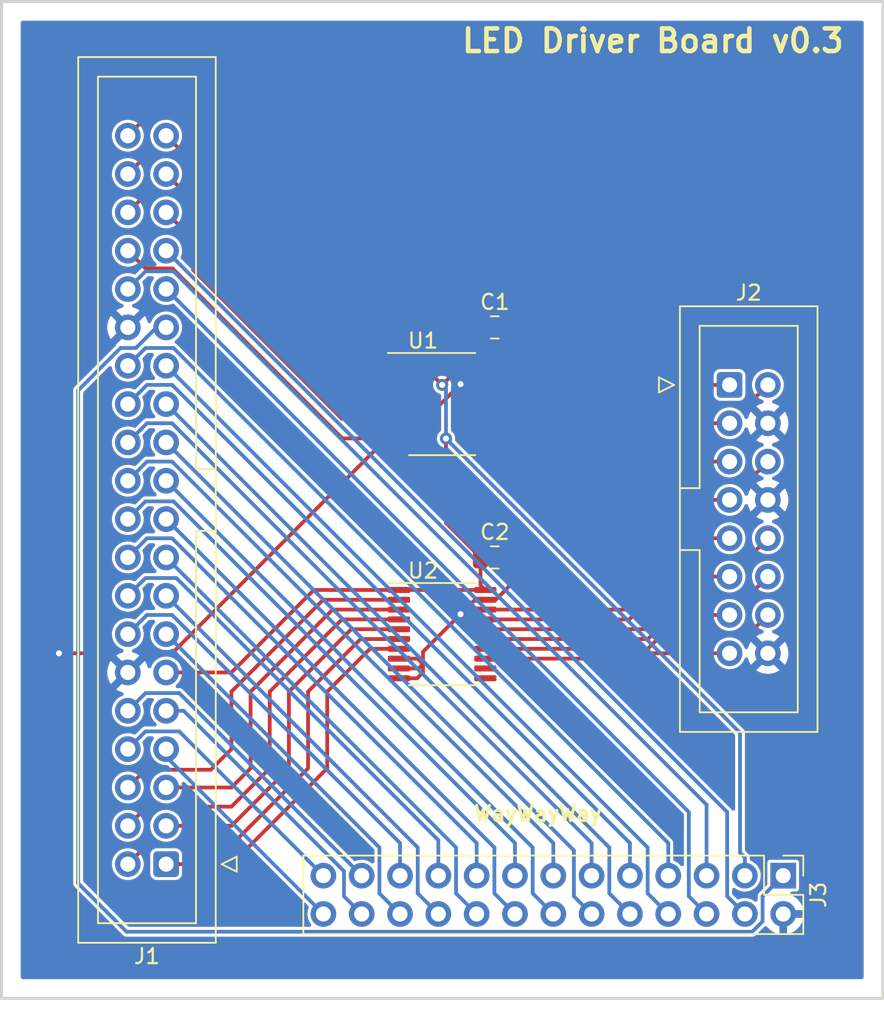
<source format=kicad_pcb>
(kicad_pcb (version 20241229) (generator "pcbnew") (generator_version "9.0")
  (title_block (title "LED Driver Board") (date "2025-12-13") (rev "v0.2") (company "ALDL Team"))
  (layers (0 "F.Cu" signal) (2 "B.Cu" signal) (13 "F.Paste" user) (15 "B.Paste" user) (5 "F.SilkS" user "F.Silkscreen") (7 "B.SilkS" user "B.Silkscreen") (1 "F.Mask" user) (3 "B.Mask" user) (25 "Edge.Cuts" user))
  (net 0 "")
  (net 1 "G1")
  (net 2 "B1")
  (net 3 "GND")
  (net 4 "G2")
  (net 5 "B2")
  (net 6 "A")
  (net 7 "B")
  (net 8 "C")
  (net 9 "D")
  (net 10 "CLK")
  (net 11 "+5V")
  (net 12 "GPIO13 (AF15) (W13)")
  (net 13 "GPIO14 (AF24) (W12)")
  (net 14 "GPIO15 (AE21) (AB13)")
  (net 15 "GPIO16 (AF25) (AB12)")
  (net 16 "GPIO17 (AC22) (Y11)")
  (net 17 "GPIO18 (AE22) (AB11)")
  (net 18 "GPIO19 (AF21) (W11)")
  (net 19 "GPIO20 (AF22) (AB10)")
  (net 20 "GPIO21 (AD22) (AA10)")
  (net 21 "GPIO22 (AG25) (AA9)")
  (net 22 "GPIO23 (AD25) (Y8)")
  (net 23 "GPIO24 (AH25) (AA8)")
  (net 24 "GPIO25 (AE25) (Y7)")
  (net 25 "+3.3V")
  (net 26 "GPIO26 (AG22) (AA7)")
  (net 27 "GPIO27 (AE24) (Y6)")
  (net 28 "GPIO28 (AH22) (AA6)")
  (net 29 "GPIO29 (AF26) (Y5)")
  (net 30 "GPIO30 (AE20) (AA5)")
  (net 31 "GPIO31 (AG23) (Y4)")
  (net 32 "GPIO32 (AF20) (AB3)")
  (net 33 "GPIO33 (AH26) (Y3)")
  (net 34 "GPIO34 (AH23) (AB2)")
  (net 35 "GPIO35 (AG26) (AA2)")
  (net 36 "R1")
  (net 37 "R2")
  (net 38 "LATCH")
  (net 39 "OE")
  (net 40 "GPIO12 (AD19) (AA14)")
  (net 41 "GPIO11 (AF16) (AA15)")
  (net 42 "GPIO10 (AC19) (W5)")
  (net 43 "GPIO9 (AE15) (V5)")
  (net 44 "GPIO8 (AD15) (W6)")
  (net 45 "GPIO7 (AE16) (W7)")
  (net 46 "GPIO6 (AD21) (V7)")
  (net 47 "GPIO5 (Y16) (W8)")
  (net 48 "GPIO4 (AC21) (V8)")
  (net 49 "GPIO3 (Y17) (W9)")
  (net 50 "GPIO2 (AB21) (V9)")
  (net 51 "GPIO1 (AC15) (W10)")
  (net 52 "GPIO0 (AB22) (V10)")
  (footprint "Package_SO:TSSOP-20_4.4x6.5mm_P0.65mm" (layer "F.Cu") (at 176.53 95.25)
    (property "Reference" "U1" (at -1.27 -4.2 0) (layer "F.SilkS"))
    (property "Value" "74AHCT245")
    (fp_line (start 0 -3.385) (end -3.6 -3.385) (stroke (width 0.12)) (layer "F.SilkS"))
    (fp_line (start 0 -3.385) (end 2.2 -3.385) (stroke (width 0.12)) (layer "F.SilkS"))
    (fp_line (start 0 3.385) (end -2.2 3.385) (stroke (width 0.12)) (layer "F.SilkS"))
    (fp_line (start 0 3.385) (end 2.2 3.385) (stroke (width 0.12)) (layer "F.SilkS"))
    (pad "1" smd roundrect (at -2.8625 -2.925) (size 1.475 0.4) (layers "F.Cu" "F.Mask" "F.Paste") (net 11 "+5V"))
    (pad "2" smd roundrect (at -2.8625 -2.275) (size 1.475 0.4) (layers "F.Cu" "F.Mask" "F.Paste") (net 35 "GPIO35 (AG26) (AA2)"))
    (pad "3" smd roundrect (at -2.8625 -1.625) (size 1.475 0.4) (layers "F.Cu" "F.Mask" "F.Paste") (net 34 "GPIO34 (AH23) (AB2)"))
    (pad "4" smd roundrect (at -2.8625 -0.975) (size 1.475 0.4) (layers "F.Cu" "F.Mask" "F.Paste") (net 33 "GPIO33 (AH26) (Y3)"))
    (pad "5" smd roundrect (at -2.8625 -0.325) (size 1.475 0.4) (layers "F.Cu" "F.Mask" "F.Paste") (net 32 "GPIO32 (AF20) (AB3)"))
    (pad "6" smd roundrect (at -2.8625 0.325) (size 1.475 0.4) (layers "F.Cu" "F.Mask" "F.Paste") (net 31 "GPIO31 (AG23) (Y4)"))
    (pad "7" smd roundrect (at -2.8625 0.975) (size 1.475 0.4) (layers "F.Cu" "F.Mask" "F.Paste") (net 30 "GPIO30 (AE20) (AA5)"))
    (pad "8" smd roundrect (at -2.8625 1.625) (size 1.475 0.4) (layers "F.Cu" "F.Mask" "F.Paste") (net 3 "GND"))
    (pad "9" smd roundrect (at -2.8625 2.275) (size 1.475 0.4) (layers "F.Cu" "F.Mask" "F.Paste") (net 29 "GPIO29 (AF26) (Y5)"))
    (pad "10" smd roundrect (at -2.8625 2.925) (size 1.475 0.4) (layers "F.Cu" "F.Mask" "F.Paste") (net 3 "GND"))
    (pad "11" smd roundrect (at 2.8625 2.925) (size 1.475 0.4) (layers "F.Cu" "F.Mask" "F.Paste") (net 6 "A"))
    (pad "12" smd roundrect (at 2.8625 2.275) (size 1.475 0.4) (layers "F.Cu" "F.Mask" "F.Paste"))
    (pad "13" smd roundrect (at 2.8625 1.625) (size 1.475 0.4) (layers "F.Cu" "F.Mask" "F.Paste") (net 5 "B2"))
    (pad "14" smd roundrect (at 2.8625 0.975) (size 1.475 0.4) (layers "F.Cu" "F.Mask" "F.Paste") (net 4 "G2"))
    (pad "15" smd roundrect (at 2.8625 0.325) (size 1.475 0.4) (layers "F.Cu" "F.Mask" "F.Paste") (net 37 "R2"))
    (pad "16" smd roundrect (at 2.8625 -0.325) (size 1.475 0.4) (layers "F.Cu" "F.Mask" "F.Paste") (net 2 "B1"))
    (pad "17" smd roundrect (at 2.8625 -0.975) (size 1.475 0.4) (layers "F.Cu" "F.Mask" "F.Paste") (net 1 "G1"))
    (pad "18" smd roundrect (at 2.8625 -1.625) (size 1.475 0.4) (layers "F.Cu" "F.Mask" "F.Paste") (net 36 "R1"))
    (pad "19" smd roundrect (at 2.8625 -2.275) (size 1.475 0.4) (layers "F.Cu" "F.Mask" "F.Paste") (net 3 "GND"))
    (pad "20" smd roundrect (at 2.8625 -2.925) (size 1.475 0.4) (layers "F.Cu" "F.Mask" "F.Paste") (net 11 "+5V"))
  )
  (footprint "Capacitor_SMD:C_0805_2012Metric" (layer "F.Cu") (at 180.02 105.41)
    (property "Reference" "C2" (at 0 -1.68 0) (layer "F.SilkS"))
    (property "Value" "0.1uF")
    (fp_line (start -0.261252 -0.735) (end 0.261252 -0.735) (stroke (width 0.12)) (layer "F.SilkS"))
    (fp_line (start -0.261252 0.735) (end 0.261252 0.735) (stroke (width 0.12)) (layer "F.SilkS"))
    (pad "1" smd roundrect (at -0.95 0) (size 1 1.45) (layers "F.Cu" "F.Mask" "F.Paste") (net 11 "+5V"))
    (pad "2" smd roundrect (at 0.95 0) (size 1 1.45) (layers "F.Cu" "F.Mask" "F.Paste") (net 3 "GND"))
  )
  (footprint "Connector_PinHeader_2.54mm:PinHeader_2x13_P2.54mm_Vertical" (layer "F.Cu") (at 199.136 126.492 -90)
    (property "Reference" "J3" (at 1.27 -2.33 270) (layer "F.SilkS"))
    (property "Value" "Conn_02x13_Odd_Even")
    (fp_line (start -1.33 31.81) (end 3.87 31.81) (stroke (width 0.12)) (layer "F.SilkS"))
    (fp_line (start -1.33 1.27) (end -1.33 31.81) (stroke (width 0.12)) (layer "F.SilkS"))
    (fp_line (start -1.33 1.27) (end 1.27 1.27) (stroke (width 0.12)) (layer "F.SilkS"))
    (fp_line (start 1.27 1.27) (end 1.27 -1.33) (stroke (width 0.12)) (layer "F.SilkS"))
    (fp_line (start -1.33 0) (end -1.33 -1.33) (stroke (width 0.12)) (layer "F.SilkS"))
    (fp_line (start -1.33 -1.33) (end 0 -1.33) (stroke (width 0.12)) (layer "F.SilkS"))
    (fp_line (start 1.27 -1.33) (end 3.87 -1.33) (stroke (width 0.12)) (layer "F.SilkS"))
    (fp_line (start 3.87 -1.33) (end 3.87 31.81) (stroke (width 0.12)) (layer "F.SilkS"))
    (pad "1" thru_hole rect (at 0 0 270) (size 1.7 1.7) (drill 1) (layers "*.Cu" "*.Mask") (net 25 "+3.3V"))
    (pad "2" thru_hole oval (at 2.54 0 270) (size 1.7 1.7) (drill 1) (layers "*.Cu" "*.Mask") (net 3 "GND"))
    (pad "3" thru_hole oval (at 0 2.54 270) (size 1.7 1.7) (drill 1) (layers "*.Cu" "*.Mask") (net 11 "+5V"))
    (pad "4" thru_hole oval (at 2.54 2.54 270) (size 1.7 1.7) (drill 1) (layers "*.Cu" "*.Mask") (net 28 "GPIO28 (AH22) (AA6)"))
    (pad "5" thru_hole oval (at 0 5.08 270) (size 1.7 1.7) (drill 1) (layers "*.Cu" "*.Mask") (net 27 "GPIO27 (AE24) (Y6)"))
    (pad "6" thru_hole oval (at 2.54 5.08 270) (size 1.7 1.7) (drill 1) (layers "*.Cu" "*.Mask") (net 26 "GPIO26 (AG22) (AA7)"))
    (pad "7" thru_hole oval (at 0 7.62 270) (size 1.7 1.7) (drill 1) (layers "*.Cu" "*.Mask") (net 24 "GPIO25 (AE25) (Y7)"))
    (pad "8" thru_hole oval (at 2.54 7.62 270) (size 1.7 1.7) (drill 1) (layers "*.Cu" "*.Mask") (net 23 "GPIO24 (AH25) (AA8)"))
    (pad "9" thru_hole oval (at 0 10.16 270) (size 1.7 1.7) (drill 1) (layers "*.Cu" "*.Mask") (net 22 "GPIO23 (AD25) (Y8)"))
    (pad "10" thru_hole oval (at 2.54 10.16 270) (size 1.7 1.7) (drill 1) (layers "*.Cu" "*.Mask") (net 21 "GPIO22 (AG25) (AA9)"))
    (pad "11" thru_hole oval (at 0 12.7 270) (size 1.7 1.7) (drill 1) (layers "*.Cu" "*.Mask") (net 20 "GPIO21 (AD22) (AA10)"))
    (pad "12" thru_hole oval (at 2.54 12.7 270) (size 1.7 1.7) (drill 1) (layers "*.Cu" "*.Mask") (net 19 "GPIO20 (AF22) (AB10)"))
    (pad "13" thru_hole oval (at 0 15.24 270) (size 1.7 1.7) (drill 1) (layers "*.Cu" "*.Mask") (net 18 "GPIO19 (AF21) (W11)"))
    (pad "14" thru_hole oval (at 2.54 15.24 270) (size 1.7 1.7) (drill 1) (layers "*.Cu" "*.Mask") (net 17 "GPIO18 (AE22) (AB11)"))
    (pad "15" thru_hole oval (at 0 17.78 270) (size 1.7 1.7) (drill 1) (layers "*.Cu" "*.Mask") (net 16 "GPIO17 (AC22) (Y11)"))
    (pad "16" thru_hole oval (at 2.54 17.78 270) (size 1.7 1.7) (drill 1) (layers "*.Cu" "*.Mask") (net 15 "GPIO16 (AF25) (AB12)"))
    (pad "17" thru_hole oval (at 0 20.32 270) (size 1.7 1.7) (drill 1) (layers "*.Cu" "*.Mask") (net 14 "GPIO15 (AE21) (AB13)"))
    (pad "18" thru_hole oval (at 2.54 20.32 270) (size 1.7 1.7) (drill 1) (layers "*.Cu" "*.Mask") (net 13 "GPIO14 (AF24) (W12)"))
    (pad "19" thru_hole oval (at 0 22.86 270) (size 1.7 1.7) (drill 1) (layers "*.Cu" "*.Mask") (net 12 "GPIO13 (AF15) (W13)"))
    (pad "20" thru_hole oval (at 2.54 22.86 270) (size 1.7 1.7) (drill 1) (layers "*.Cu" "*.Mask") (net 40 "GPIO12 (AD19) (AA14)"))
    (pad "21" thru_hole oval (at 0 25.4 270) (size 1.7 1.7) (drill 1) (layers "*.Cu" "*.Mask") (net 41 "GPIO11 (AF16) (AA15)"))
    (pad "22" thru_hole oval (at 2.54 25.4 270) (size 1.7 1.7) (drill 1) (layers "*.Cu" "*.Mask") (net 42 "GPIO10 (AC19) (W5)"))
    (pad "23" thru_hole oval (at 0 27.94 270) (size 1.7 1.7) (drill 1) (layers "*.Cu" "*.Mask") (net 43 "GPIO9 (AE15) (V5)"))
    (pad "24" thru_hole oval (at 2.54 27.94 270) (size 1.7 1.7) (drill 1) (layers "*.Cu" "*.Mask") (net 44 "GPIO8 (AD15) (W6)"))
    (pad "25" thru_hole oval (at 0 30.48 270) (size 1.7 1.7) (drill 1) (layers "*.Cu" "*.Mask") (net 45 "GPIO7 (AE16) (W7)"))
    (pad "26" thru_hole oval (at 2.54 30.48 270) (size 1.7 1.7) (drill 1) (layers "*.Cu" "*.Mask") (net 46 "GPIO6 (AD21) (V7)"))
  )
  (footprint "Connector_IDC:IDC-Header_2x20_P2.54mm_Vertical" (layer "F.Cu") (at 158.2325 125.73 180)
    (property "Reference" "J1" (at 1.27 -6.1 0) (layer "F.SilkS"))
    (property "Value" "Conn_02x20_Odd_Even")
    (fp_line (start 5.83 53.47) (end -3.29 53.47) (stroke (width 0.12)) (layer "F.SilkS"))
    (fp_line (start 5.83 -5.21) (end 5.83 53.47) (stroke (width 0.12)) (layer "F.SilkS"))
    (fp_line (start 4.52 52.17) (end -1.98 52.17) (stroke (width 0.12)) (layer "F.SilkS"))
    (fp_line (start 4.52 -3.91) (end 4.52 52.17) (stroke (width 0.12)) (layer "F.SilkS"))
    (fp_line (start -1.98 52.17) (end -1.98 26.18) (stroke (width 0.12)) (layer "F.SilkS"))
    (fp_line (start -1.98 26.18) (end -1.98 26.18) (stroke (width 0.12)) (layer "F.SilkS"))
    (fp_line (start -1.98 26.18) (end -3.29 26.18) (stroke (width 0.12)) (layer "F.SilkS"))
    (fp_line (start -1.98 22.08) (end -1.98 -3.91) (stroke (width 0.12)) (layer "F.SilkS"))
    (fp_line (start -1.98 -3.91) (end 4.52 -3.91) (stroke (width 0.12)) (layer "F.SilkS"))
    (fp_line (start -3.29 53.47) (end -3.29 -5.21) (stroke (width 0.12)) (layer "F.SilkS"))
    (fp_line (start -3.29 22.08) (end -1.98 22.08) (stroke (width 0.12)) (layer "F.SilkS"))
    (fp_line (start -3.29 -5.21) (end 5.83 -5.21) (stroke (width 0.12)) (layer "F.SilkS"))
    (fp_line (start -3.68 0) (end -4.68 -0.5) (stroke (width 0.12)) (layer "F.SilkS"))
    (fp_line (start -4.68 0.5) (end -3.68 0) (stroke (width 0.12)) (layer "F.SilkS"))
    (fp_line (start -4.68 -0.5) (end -4.68 0.5) (stroke (width 0.12)) (layer "F.SilkS"))
    (pad "1" thru_hole roundrect (at 0 0 180) (size 1.7 1.7) (drill 1) (layers "*.Cu" "*.Mask") (roundrect_rratio 0.147059) (net 52 "GPIO0 (AB22) (V10)"))
    (pad "2" thru_hole circle (at 2.54 0 180) (size 1.7 1.7) (drill 1) (layers "*.Cu" "*.Mask") (net 51 "GPIO1 (AC15) (W10)"))
    (pad "3" thru_hole circle (at 0 2.54 180) (size 1.7 1.7) (drill 1) (layers "*.Cu" "*.Mask") (net 50 "GPIO2 (AB21) (V9)"))
    (pad "4" thru_hole circle (at 2.54 2.54 180) (size 1.7 1.7) (drill 1) (layers "*.Cu" "*.Mask") (net 49 "GPIO3 (Y17) (W9)"))
    (pad "5" thru_hole circle (at 0 5.08 180) (size 1.7 1.7) (drill 1) (layers "*.Cu" "*.Mask") (net 48 "GPIO4 (AC21) (V8)"))
    (pad "6" thru_hole circle (at 2.54 5.08 180) (size 1.7 1.7) (drill 1) (layers "*.Cu" "*.Mask") (net 47 "GPIO5 (Y16) (W8)"))
    (pad "7" thru_hole circle (at 0 7.62 180) (size 1.7 1.7) (drill 1) (layers "*.Cu" "*.Mask") (net 46 "GPIO6 (AD21) (V7)"))
    (pad "8" thru_hole circle (at 2.54 7.62 180) (size 1.7 1.7) (drill 1) (layers "*.Cu" "*.Mask") (net 45 "GPIO7 (AE16) (W7)"))
    (pad "9" thru_hole circle (at 0 10.16 180) (size 1.7 1.7) (drill 1) (layers "*.Cu" "*.Mask") (net 44 "GPIO8 (AD15) (W6)"))
    (pad "10" thru_hole circle (at 2.54 10.16 180) (size 1.7 1.7) (drill 1) (layers "*.Cu" "*.Mask") (net 43 "GPIO9 (AE15) (V5)"))
    (pad "11" thru_hole circle (at 0 12.7 180) (size 1.7 1.7) (drill 1) (layers "*.Cu" "*.Mask") (net 11 "+5V"))
    (pad "12" thru_hole circle (at 2.54 12.7 180) (size 1.7 1.7) (drill 1) (layers "*.Cu" "*.Mask") (net 3 "GND"))
    (pad "13" thru_hole circle (at 0 15.24 180) (size 1.7 1.7) (drill 1) (layers "*.Cu" "*.Mask") (net 42 "GPIO10 (AC19) (W5)"))
    (pad "14" thru_hole circle (at 2.54 15.24 180) (size 1.7 1.7) (drill 1) (layers "*.Cu" "*.Mask") (net 41 "GPIO11 (AF16) (AA15)"))
    (pad "15" thru_hole circle (at 0 17.78 180) (size 1.7 1.7) (drill 1) (layers "*.Cu" "*.Mask") (net 40 "GPIO12 (AD19) (AA14)"))
    (pad "16" thru_hole circle (at 2.54 17.78 180) (size 1.7 1.7) (drill 1) (layers "*.Cu" "*.Mask") (net 12 "GPIO13 (AF15) (W13)"))
    (pad "17" thru_hole circle (at 0 20.32 180) (size 1.7 1.7) (drill 1) (layers "*.Cu" "*.Mask") (net 13 "GPIO14 (AF24) (W12)"))
    (pad "18" thru_hole circle (at 2.54 20.32 180) (size 1.7 1.7) (drill 1) (layers "*.Cu" "*.Mask") (net 14 "GPIO15 (AE21) (AB13)"))
    (pad "19" thru_hole circle (at 0 22.86 180) (size 1.7 1.7) (drill 1) (layers "*.Cu" "*.Mask") (net 15 "GPIO16 (AF25) (AB12)"))
    (pad "20" thru_hole circle (at 2.54 22.86 180) (size 1.7 1.7) (drill 1) (layers "*.Cu" "*.Mask") (net 16 "GPIO17 (AC22) (Y11)"))
    (pad "21" thru_hole circle (at 0 25.4 180) (size 1.7 1.7) (drill 1) (layers "*.Cu" "*.Mask") (net 17 "GPIO18 (AE22) (AB11)"))
    (pad "22" thru_hole circle (at 2.54 25.4 180) (size 1.7 1.7) (drill 1) (layers "*.Cu" "*.Mask") (net 18 "GPIO19 (AF21) (W11)"))
    (pad "23" thru_hole circle (at 0 27.94 180) (size 1.7 1.7) (drill 1) (layers "*.Cu" "*.Mask") (net 19 "GPIO20 (AF22) (AB10)"))
    (pad "24" thru_hole circle (at 2.54 27.94 180) (size 1.7 1.7) (drill 1) (layers "*.Cu" "*.Mask") (net 20 "GPIO21 (AD22) (AA10)"))
    (pad "25" thru_hole circle (at 0 30.48 180) (size 1.7 1.7) (drill 1) (layers "*.Cu" "*.Mask") (net 21 "GPIO22 (AG25) (AA9)"))
    (pad "26" thru_hole circle (at 2.54 30.48 180) (size 1.7 1.7) (drill 1) (layers "*.Cu" "*.Mask") (net 22 "GPIO23 (AD25) (Y8)"))
    (pad "27" thru_hole circle (at 0 33.02 180) (size 1.7 1.7) (drill 1) (layers "*.Cu" "*.Mask") (net 23 "GPIO24 (AH25) (AA8)"))
    (pad "28" thru_hole circle (at 2.54 33.02 180) (size 1.7 1.7) (drill 1) (layers "*.Cu" "*.Mask") (net 24 "GPIO25 (AE25) (Y7)"))
    (pad "29" thru_hole circle (at 0 35.56 180) (size 1.7 1.7) (drill 1) (layers "*.Cu" "*.Mask") (net 25 "+3.3V"))
    (pad "30" thru_hole circle (at 2.54 35.56 180) (size 1.7 1.7) (drill 1) (layers "*.Cu" "*.Mask") (net 3 "GND"))
    (pad "31" thru_hole circle (at 0 38.1 180) (size 1.7 1.7) (drill 1) (layers "*.Cu" "*.Mask") (net 26 "GPIO26 (AG22) (AA7)"))
    (pad "32" thru_hole circle (at 2.54 38.1 180) (size 1.7 1.7) (drill 1) (layers "*.Cu" "*.Mask") (net 27 "GPIO27 (AE24) (Y6)"))
    (pad "33" thru_hole circle (at 0 40.64 180) (size 1.7 1.7) (drill 1) (layers "*.Cu" "*.Mask") (net 28 "GPIO28 (AH22) (AA6)"))
    (pad "34" thru_hole circle (at 2.54 40.64 180) (size 1.7 1.7) (drill 1) (layers "*.Cu" "*.Mask") (net 29 "GPIO29 (AF26) (Y5)"))
    (pad "35" thru_hole circle (at 0 43.18 180) (size 1.7 1.7) (drill 1) (layers "*.Cu" "*.Mask") (net 30 "GPIO30 (AE20) (AA5)"))
    (pad "36" thru_hole circle (at 2.54 43.18 180) (size 1.7 1.7) (drill 1) (layers "*.Cu" "*.Mask") (net 31 "GPIO31 (AG23) (Y4)"))
    (pad "37" thru_hole circle (at 0 45.72 180) (size 1.7 1.7) (drill 1) (layers "*.Cu" "*.Mask") (net 32 "GPIO32 (AF20) (AB3)"))
    (pad "38" thru_hole circle (at 2.54 45.72 180) (size 1.7 1.7) (drill 1) (layers "*.Cu" "*.Mask") (net 33 "GPIO33 (AH26) (Y3)"))
    (pad "39" thru_hole circle (at 0 48.26 180) (size 1.7 1.7) (drill 1) (layers "*.Cu" "*.Mask") (net 34 "GPIO34 (AH23) (AB2)"))
    (pad "40" thru_hole circle (at 2.54 48.26 180) (size 1.7 1.7) (drill 1) (layers "*.Cu" "*.Mask") (net 35 "GPIO35 (AG26) (AA2)"))
  )
  (footprint "Package_SO:TSSOP-20_4.4x6.5mm_P0.65mm" (layer "F.Cu") (at 176.53 110.49)
    (property "Reference" "U2" (at -1.27 -4.2 0) (layer "F.SilkS"))
    (property "Value" "74AHCT245")
    (fp_line (start 0 -3.385) (end -3.6 -3.385) (stroke (width 0.12)) (layer "F.SilkS"))
    (fp_line (start 0 -3.385) (end 2.2 -3.385) (stroke (width 0.12)) (layer "F.SilkS"))
    (fp_line (start 0 3.385) (end -2.2 3.385) (stroke (width 0.12)) (layer "F.SilkS"))
    (fp_line (start 0 3.385) (end 2.2 3.385) (stroke (width 0.12)) (layer "F.SilkS"))
    (pad "1" smd roundrect (at -2.8625 -2.925) (size 1.475 0.4) (layers "F.Cu" "F.Mask" "F.Paste") (net 11 "+5V"))
    (pad "2" smd roundrect (at -2.8625 -2.275) (size 1.475 0.4) (layers "F.Cu" "F.Mask" "F.Paste") (net 47 "GPIO5 (Y16) (W8)"))
    (pad "3" smd roundrect (at -2.8625 -1.625) (size 1.475 0.4) (layers "F.Cu" "F.Mask" "F.Paste") (net 48 "GPIO4 (AC21) (V8)"))
    (pad "4" smd roundrect (at -2.8625 -0.975) (size 1.475 0.4) (layers "F.Cu" "F.Mask" "F.Paste") (net 49 "GPIO3 (Y17) (W9)"))
    (pad "5" smd roundrect (at -2.8625 -0.325) (size 1.475 0.4) (layers "F.Cu" "F.Mask" "F.Paste") (net 50 "GPIO2 (AB21) (V9)"))
    (pad "6" smd roundrect (at -2.8625 0.325) (size 1.475 0.4) (layers "F.Cu" "F.Mask" "F.Paste") (net 51 "GPIO1 (AC15) (W10)"))
    (pad "7" smd roundrect (at -2.8625 0.975) (size 1.475 0.4) (layers "F.Cu" "F.Mask" "F.Paste") (net 52 "GPIO0 (AB22) (V10)"))
    (pad "8" smd roundrect (at -2.8625 1.625) (size 1.475 0.4) (layers "F.Cu" "F.Mask" "F.Paste") (net 3 "GND"))
    (pad "9" smd roundrect (at -2.8625 2.275) (size 1.475 0.4) (layers "F.Cu" "F.Mask" "F.Paste") (net 3 "GND"))
    (pad "10" smd roundrect (at -2.8625 2.925) (size 1.475 0.4) (layers "F.Cu" "F.Mask" "F.Paste") (net 3 "GND"))
    (pad "11" smd roundrect (at 2.8625 2.925) (size 1.475 0.4) (layers "F.Cu" "F.Mask" "F.Paste"))
    (pad "12" smd roundrect (at 2.8625 2.275) (size 1.475 0.4) (layers "F.Cu" "F.Mask" "F.Paste"))
    (pad "13" smd roundrect (at 2.8625 1.625) (size 1.475 0.4) (layers "F.Cu" "F.Mask" "F.Paste") (net 39 "OE"))
    (pad "14" smd roundrect (at 2.8625 0.975) (size 1.475 0.4) (layers "F.Cu" "F.Mask" "F.Paste") (net 38 "LATCH"))
    (pad "15" smd roundrect (at 2.8625 0.325) (size 1.475 0.4) (layers "F.Cu" "F.Mask" "F.Paste") (net 10 "CLK"))
    (pad "16" smd roundrect (at 2.8625 -0.325) (size 1.475 0.4) (layers "F.Cu" "F.Mask" "F.Paste") (net 9 "D"))
    (pad "17" smd roundrect (at 2.8625 -0.975) (size 1.475 0.4) (layers "F.Cu" "F.Mask" "F.Paste") (net 8 "C"))
    (pad "18" smd roundrect (at 2.8625 -1.625) (size 1.475 0.4) (layers "F.Cu" "F.Mask" "F.Paste") (net 7 "B"))
    (pad "19" smd roundrect (at 2.8625 -2.275) (size 1.475 0.4) (layers "F.Cu" "F.Mask" "F.Paste") (net 3 "GND"))
    (pad "20" smd roundrect (at 2.8625 -2.925) (size 1.475 0.4) (layers "F.Cu" "F.Mask" "F.Paste") (net 11 "+5V"))
  )
  (footprint "Capacitor_SMD:C_0805_2012Metric" (layer "F.Cu") (at 180.02 90.17)
    (property "Reference" "C1" (at 0 -1.68 0) (layer "F.SilkS"))
    (property "Value" "0.1uF")
    (fp_line (start -0.261252 -0.735) (end 0.261252 -0.735) (stroke (width 0.12)) (layer "F.SilkS"))
    (fp_line (start -0.261252 0.735) (end 0.261252 0.735) (stroke (width 0.12)) (layer "F.SilkS"))
    (pad "1" smd roundrect (at -0.95 0) (size 1 1.45) (layers "F.Cu" "F.Mask" "F.Paste") (net 11 "+5V"))
    (pad "2" smd roundrect (at 0.95 0) (size 1 1.45) (layers "F.Cu" "F.Mask" "F.Paste") (net 3 "GND"))
  )
  (footprint "Connector_IDC:IDC-Header_2x08_P2.54mm_Vertical" (layer "F.Cu") (at 195.58 93.98)
    (property "Reference" "J2" (at 1.27 -6.1 0) (layer "F.SilkS"))
    (property "Value" "Conn_02x08_Odd_Even")
    (fp_line (start -4.68 -0.5) (end -4.68 0.5) (stroke (width 0.12)) (layer "F.SilkS"))
    (fp_line (start -4.68 0.5) (end -3.68 0) (stroke (width 0.12)) (layer "F.SilkS"))
    (fp_line (start -3.68 0) (end -4.68 -0.5) (stroke (width 0.12)) (layer "F.SilkS"))
    (fp_line (start -3.29 -5.21) (end 5.83 -5.21) (stroke (width 0.12)) (layer "F.SilkS"))
    (fp_line (start -3.29 6.84) (end -1.98 6.84) (stroke (width 0.12)) (layer "F.SilkS"))
    (fp_line (start -3.29 22.99) (end -3.29 -5.21) (stroke (width 0.12)) (layer "F.SilkS"))
    (fp_line (start -1.98 -3.91) (end 4.52 -3.91) (stroke (width 0.12)) (layer "F.SilkS"))
    (fp_line (start -1.98 6.84) (end -1.98 -3.91) (stroke (width 0.12)) (layer "F.SilkS"))
    (fp_line (start -1.98 10.94) (end -3.29 10.94) (stroke (width 0.12)) (layer "F.SilkS"))
    (fp_line (start -1.98 10.94) (end -1.98 10.94) (stroke (width 0.12)) (layer "F.SilkS"))
    (fp_line (start -1.98 21.69) (end -1.98 10.94) (stroke (width 0.12)) (layer "F.SilkS"))
    (fp_line (start 4.52 -3.91) (end 4.52 21.69) (stroke (width 0.12)) (layer "F.SilkS"))
    (fp_line (start 4.52 21.69) (end -1.98 21.69) (stroke (width 0.12)) (layer "F.SilkS"))
    (fp_line (start 5.83 -5.21) (end 5.83 22.99) (stroke (width 0.12)) (layer "F.SilkS"))
    (fp_line (start 5.83 22.99) (end -3.29 22.99) (stroke (width 0.12)) (layer "F.SilkS"))
    (pad "1" thru_hole roundrect (at 0 0) (size 1.7 1.7) (drill 1) (layers "*.Cu" "*.Mask") (roundrect_rratio 0.147059) (net 36 "R1"))
    (pad "2" thru_hole circle (at 2.54 0) (size 1.7 1.7) (drill 1) (layers "*.Cu" "*.Mask") (net 1 "G1"))
    (pad "3" thru_hole circle (at 0 2.54) (size 1.7 1.7) (drill 1) (layers "*.Cu" "*.Mask") (net 2 "B1"))
    (pad "4" thru_hole circle (at 2.54 2.54) (size 1.7 1.7) (drill 1) (layers "*.Cu" "*.Mask") (net 3 "GND"))
    (pad "5" thru_hole circle (at 0 5.08) (size 1.7 1.7) (drill 1) (layers "*.Cu" "*.Mask") (net 37 "R2"))
    (pad "6" thru_hole circle (at 2.54 5.08) (size 1.7 1.7) (drill 1) (layers "*.Cu" "*.Mask") (net 4 "G2"))
    (pad "7" thru_hole circle (at 0 7.62) (size 1.7 1.7) (drill 1) (layers "*.Cu" "*.Mask") (net 5 "B2"))
    (pad "8" thru_hole circle (at 2.54 7.62) (size 1.7 1.7) (drill 1) (layers "*.Cu" "*.Mask") (net 3 "GND"))
    (pad "9" thru_hole circle (at 0 10.16) (size 1.7 1.7) (drill 1) (layers "*.Cu" "*.Mask") (net 6 "A"))
    (pad "10" thru_hole circle (at 2.54 10.16) (size 1.7 1.7) (drill 1) (layers "*.Cu" "*.Mask") (net 7 "B"))
    (pad "11" thru_hole circle (at 0 12.7) (size 1.7 1.7) (drill 1) (layers "*.Cu" "*.Mask") (net 8 "C"))
    (pad "12" thru_hole circle (at 2.54 12.7) (size 1.7 1.7) (drill 1) (layers "*.Cu" "*.Mask") (net 9 "D"))
    (pad "13" thru_hole circle (at 0 15.24) (size 1.7 1.7) (drill 1) (layers "*.Cu" "*.Mask") (net 10 "CLK"))
    (pad "14" thru_hole circle (at 2.54 15.24) (size 1.7 1.7) (drill 1) (layers "*.Cu" "*.Mask") (net 38 "LATCH"))
    (pad "15" thru_hole circle (at 0 17.78) (size 1.7 1.7) (drill 1) (layers "*.Cu" "*.Mask") (net 39 "OE"))
    (pad "16" thru_hole circle (at 2.54 17.78) (size 1.7 1.7) (drill 1) (layers "*.Cu" "*.Mask") (net 3 "GND"))
  )
  (gr_rect (start 147.32 68.58) (end 205.74 134.62) (stroke (width 0.2)) (fill no) (layer "Edge.Cuts"))
  (gr_text "LED Driver Board v0.3\n\n" (at 190.5 72.39 0) (layer "F.SilkS") (effects (font (size 1.5 1.5) (thickness 0.3))))
  (gr_text "WayWayWay\n\n" (at 182.88 123.19 0) (layer "F.SilkS") (effects (font (size 1 1) (thickness 0.2))))
  (segment (start 179.3925 94.275) (end 189.525 94.275) (width 0.25) (layer "F.Cu") (net 1))
  (segment (start 190.5 95.25) (end 196.85 95.25) (width 0.25) (layer "F.Cu") (net 1))
  (segment (start 189.525 94.275) (end 190.5 95.25) (width 0.25) (layer "F.Cu") (net 1))
  (segment (start 196.85 95.25) (end 198.12 93.98) (width 0.25) (layer "F.Cu") (net 1))
  (segment (start 179.3925 94.925) (end 189.538604 94.925) (width 0.25) (layer "F.Cu") (net 2))
  (segment (start 189.538604 94.925) (end 191.133604 96.52) (width 0.25) (layer "F.Cu") (net 2))
  (segment (start 191.133604 96.52) (end 195.58 96.52) (width 0.25) (layer "F.Cu") (net 2))
  (segment (start 175.26 97.79) (end 174.875 98.175) (width 0.25) (layer "F.Cu") (net 3))
  (segment (start 156.9625 111.76) (end 158.624201 111.76) (width 0.25) (layer "F.Cu") (net 3))
  (segment (start 175.26 111.658959) (end 177.749479 109.169479) (width 0.25) (layer "F.Cu") (net 3))
  (segment (start 158.624201 111.76) (end 172.209201 98.175) (width 0.25) (layer "F.Cu") (net 3))
  (segment (start 178.703959 92.975) (end 179.3925 92.975) (width 0.25) (layer "F.Cu") (net 3))
  (segment (start 175.26 97.23) (end 175.26 97.79) (width 0.25) (layer "F.Cu") (net 3))
  (segment (start 174.875 113.415) (end 173.6675 113.415) (width 0.25) (layer "F.Cu") (net 3))
  (segment (start 177.749479 109.169479) (end 178.703959 108.215) (width 0.25) (layer "F.Cu") (net 3))
  (segment (start 175.26 112.47) (end 175.26 113.03) (width 0.25) (layer "F.Cu") (net 3))
  (segment (start 173.6675 112.115) (end 174.905 112.115) (width 0.25) (layer "F.Cu") (net 3))
  (segment (start 180.97 107.326041) (end 180.97 105.41) (width 0.25) (layer "F.Cu") (net 3))
  (segment (start 175.26 97.23) (end 175.26 96.418959) (width 0.25) (layer "F.Cu") (net 3))
  (segment (start 174.905 96.875) (end 175.26 97.23) (width 0.25) (layer "F.Cu") (net 3))
  (segment (start 174.875 98.175) (end 173.6675 98.175) (width 0.25) (layer "F.Cu") (net 3))
  (segment (start 180.97 92.086041) (end 180.97 90.17) (width 0.25) (layer "F.Cu") (net 3))
  (segment (start 175.26 113.03) (end 174.875 113.415) (width 0.25) (layer "F.Cu") (net 3))
  (segment (start 155.6925 113.03) (end 154.4225 111.76) (width 0.25) (layer "F.Cu") (net 3))
  (segment (start 175.26 112.47) (end 175.26 111.658959) (width 0.25) (layer "F.Cu") (net 3))
  (segment (start 174.965 112.765) (end 175.26 112.47) (width 0.25) (layer "F.Cu") (net 3))
  (segment (start 155.6925 113.03) (end 156.9625 111.76) (width 0.25) (layer "F.Cu") (net 3))
  (segment (start 180.081041 108.215) (end 180.97 107.326041) (width 0.25) (layer "F.Cu") (net 3))
  (segment (start 177.749479 93.929479) (end 178.703959 92.975) (width 0.25) (layer "F.Cu") (net 3))
  (segment (start 173.6675 112.765) (end 174.965 112.765) (width 0.25) (layer "F.Cu") (net 3))
  (segment (start 178.703959 108.215) (end 179.3925 108.215) (width 0.25) (layer "F.Cu") (net 3))
  (segment (start 172.209201 98.175) (end 173.6675 98.175) (width 0.25) (layer "F.Cu") (net 3))
  (segment (start 179.3925 92.975) (end 180.081041 92.975) (width 0.25) (layer "F.Cu") (net 3))
  (segment (start 154.4225 111.76) (end 151.13 111.76) (width 0.25) (layer "F.Cu") (net 3))
  (segment (start 180.081041 92.975) (end 180.97 92.086041) (width 0.25) (layer "F.Cu") (net 3))
  (segment (start 179.3925 108.215) (end 180.081041 108.215) (width 0.25) (layer "F.Cu") (net 3))
  (segment (start 175.26 96.418959) (end 177.749479 93.929479) (width 0.25) (layer "F.Cu") (net 3))
  (segment (start 174.905 112.115) (end 175.26 112.47) (width 0.25) (layer "F.Cu") (net 3))
  (segment (start 173.6675 96.875) (end 174.905 96.875) (width 0.25) (layer "F.Cu") (net 3))
  (via (at 177.749479 109.169479) (size 0.8) (drill 0.4) (layers "F.Cu" "B.Cu") (net 3))
  (via (at 177.749479 93.929479) (size 0.8) (drill 0.4) (layers "F.Cu" "B.Cu") (net 3))
  (via (at 151.13 111.76) (size 0.8) (drill 0.4) (layers "F.Cu" "B.Cu") (net 3))
  (segment (start 188.935 96.225) (end 193.04 100.33) (width 0.25) (layer "F.Cu") (net 4))
  (segment (start 193.04 100.33) (end 196.85 100.33) (width 0.25) (layer "F.Cu") (net 4))
  (segment (start 179.3925 96.225) (end 188.935 96.225) (width 0.25) (layer "F.Cu") (net 4))
  (segment (start 196.85 100.33) (end 198.12 99.06) (width 0.25) (layer "F.Cu") (net 4))
  (segment (start 188.315 96.875) (end 193.04 101.6) (width 0.25) (layer "F.Cu") (net 5))
  (segment (start 193.04 101.6) (end 195.58 101.6) (width 0.25) (layer "F.Cu") (net 5))
  (segment (start 179.3925 96.875) (end 188.315 96.875) (width 0.25) (layer "F.Cu") (net 5))
  (segment (start 193.04 104.14) (end 195.58 104.14) (width 0.25) (layer "F.Cu") (net 6))
  (segment (start 187.075 98.175) (end 193.04 104.14) (width 0.25) (layer "F.Cu") (net 6))
  (segment (start 179.3925 98.175) (end 187.075 98.175) (width 0.25) (layer "F.Cu") (net 6))
  (segment (start 192.403604 105.41) (end 196.85 105.41) (width 0.25) (layer "F.Cu") (net 7))
  (segment (start 179.3925 108.865) (end 188.948604 108.865) (width 0.25) (layer "F.Cu") (net 7))
  (segment (start 196.85 105.41) (end 198.12 104.14) (width 0.25) (layer "F.Cu") (net 7))
  (segment (start 188.948604 108.865) (end 192.403604 105.41) (width 0.25) (layer "F.Cu") (net 7))
  (segment (start 191.77 106.68) (end 195.58 106.68) (width 0.25) (layer "F.Cu") (net 8))
  (segment (start 179.3925 109.515) (end 188.935 109.515) (width 0.25) (layer "F.Cu") (net 8))
  (segment (start 188.935 109.515) (end 191.77 106.68) (width 0.25) (layer "F.Cu") (net 8))
  (segment (start 192.400812 107.95) (end 196.85 107.95) (width 0.25) (layer "F.Cu") (net 9))
  (segment (start 190.185812 110.165) (end 192.400812 107.95) (width 0.25) (layer "F.Cu") (net 9))
  (segment (start 179.3925 110.165) (end 190.185812 110.165) (width 0.25) (layer "F.Cu") (net 9))
  (segment (start 196.85 107.95) (end 198.12 106.68) (width 0.25) (layer "F.Cu") (net 9))
  (segment (start 190.172208 110.815) (end 191.767208 109.22) (width 0.25) (layer "F.Cu") (net 10))
  (segment (start 191.767208 109.22) (end 195.58 109.22) (width 0.25) (layer "F.Cu") (net 10))
  (segment (start 179.3925 110.815) (end 190.172208 110.815) (width 0.25) (layer "F.Cu") (net 10))
  (segment (start 162.56 113.03) (end 158.2325 113.03) (width 0.25) (layer "F.Cu") (net 11))
  (segment (start 176.53 93.98) (end 178.185 92.325) (width 0.25) (layer "F.Cu") (net 11))
  (segment (start 168.025 107.565) (end 162.56 113.03) (width 0.25) (layer "F.Cu") (net 11))
  (segment (start 179.07 107.2425) (end 179.3925 107.565) (width 0.25) (layer "F.Cu") (net 11))
  (segment (start 173.6675 107.565) (end 168.025 107.565) (width 0.25) (layer "F.Cu") (net 11))
  (segment (start 178.185 92.325) (end 179.3925 92.325) (width 0.25) (layer "F.Cu") (net 11))
  (segment (start 176.784 103.124) (end 176.784 97.536) (width 0.25) (layer "F.Cu") (net 11))
  (segment (start 179.07 92.0025) (end 179.3925 92.325) (width 0.25) (layer "F.Cu") (net 11))
  (segment (start 179.07 105.41) (end 176.784 103.124) (width 0.25) (layer "F.Cu") (net 11))
  (segment (start 174.875 92.325) (end 173.6675 92.325) (width 0.25) (layer "F.Cu") (net 11))
  (segment (start 173.6675 107.565) (end 179.3925 107.565) (width 0.25) (layer "F.Cu") (net 11))
  (segment (start 176.53 93.98) (end 174.875 92.325) (width 0.25) (layer "F.Cu") (net 11))
  (segment (start 179.07 105.41) (end 179.07 107.2425) (width 0.25) (layer "F.Cu") (net 11))
  (segment (start 179.07 90.17) (end 179.07 92.0025) (width 0.25) (layer "F.Cu") (net 11))
  (via (at 176.53 93.98) (size 0.8) (drill 0.4) (layers "F.Cu" "B.Cu") (net 11))
  (via (at 176.784 97.536) (size 0.8) (drill 0.4) (layers "F.Cu" "B.Cu") (net 11))
  (segment (start 196.274081 124.968) (end 196.274081 117.026081) (width 0.25) (layer "B.Cu") (net 11))
  (segment (start 196.596 125.289919) (end 196.274081 124.968) (width 0.25) (layer "B.Cu") (net 11))
  (segment (start 196.596 126.492) (end 196.596 125.289919) (width 0.25) (layer "B.Cu") (net 11))
  (segment (start 176.784 97.536) (end 176.784 94.234) (width 0.25) (layer "B.Cu") (net 11))
  (segment (start 196.274081 117.026081) (end 176.784 97.536) (width 0.25) (layer "B.Cu") (net 11))
  (segment (start 176.784 94.234) (end 176.53 93.98) (width 0.25) (layer "B.Cu") (net 11))
  (segment (start 158.909201 106.775) (end 156.8675 106.775) (width 0.25) (layer "B.Cu") (net 12))
  (segment (start 176.276 126.492) (end 176.276 124.141799) (width 0.25) (layer "B.Cu") (net 12))
  (segment (start 156.8675 106.775) (end 155.6925 107.95) (width 0.25) (layer "B.Cu") (net 12))
  (segment (start 176.276 124.141799) (end 158.909201 106.775) (width 0.25) (layer "B.Cu") (net 12))
  (segment (start 178.816 129.032) (end 177.451 127.667) (width 0.25) (layer "B.Cu") (net 13))
  (segment (start 177.451 124.6285) (end 158.2325 105.41) (width 0.25) (layer "B.Cu") (net 13))
  (segment (start 177.451 127.667) (end 177.451 124.6285) (width 0.25) (layer "B.Cu") (net 13))
  (segment (start 178.816 124.331799) (end 158.624201 104.14) (width 0.25) (layer "B.Cu") (net 14))
  (segment (start 158.624201 104.14) (end 156.9625 104.14) (width 0.25) (layer "B.Cu") (net 14))
  (segment (start 156.9625 104.14) (end 155.6925 105.41) (width 0.25) (layer "B.Cu") (net 14))
  (segment (start 178.816 126.492) (end 178.816 124.331799) (width 0.25) (layer "B.Cu") (net 14))
  (segment (start 181.356 129.032) (end 179.991 127.667) (width 0.25) (layer "B.Cu") (net 15))
  (segment (start 179.991 127.667) (end 179.991 124.6285) (width 0.25) (layer "B.Cu") (net 15))
  (segment (start 179.991 124.6285) (end 158.2325 102.87) (width 0.25) (layer "B.Cu") (net 15))
  (segment (start 181.356 124.331799) (end 158.719201 101.695) (width 0.25) (layer "B.Cu") (net 16))
  (segment (start 156.8675 101.695) (end 155.6925 102.87) (width 0.25) (layer "B.Cu") (net 16))
  (segment (start 158.719201 101.695) (end 156.8675 101.695) (width 0.25) (layer "B.Cu") (net 16))
  (segment (start 181.356 126.492) (end 181.356 124.331799) (width 0.25) (layer "B.Cu") (net 16))
  (segment (start 183.896 129.032) (end 182.531 127.667) (width 0.25) (layer "B.Cu") (net 17))
  (segment (start 182.531 124.6285) (end 158.2325 100.33) (width 0.25) (layer "B.Cu") (net 17))
  (segment (start 182.531 127.667) (end 182.531 124.6285) (width 0.25) (layer "B.Cu") (net 17))
  (segment (start 158.624201 99.06) (end 156.9625 99.06) (width 0.25) (layer "B.Cu") (net 18))
  (segment (start 183.896 124.331799) (end 158.624201 99.06) (width 0.25) (layer "B.Cu") (net 18))
  (segment (start 156.9625 99.06) (end 155.6925 100.33) (width 0.25) (layer "B.Cu") (net 18))
  (segment (start 183.896 126.492) (end 183.896 124.331799) (width 0.25) (layer "B.Cu") (net 18))
  (segment (start 186.436 129.032) (end 185.261 127.857) (width 0.25) (layer "B.Cu") (net 19))
  (segment (start 185.261 124.8185) (end 158.2325 97.79) (width 0.25) (layer "B.Cu") (net 19))
  (segment (start 185.261 127.857) (end 185.261 124.8185) (width 0.25) (layer "B.Cu") (net 19))
  (segment (start 186.436 124.331799) (end 158.624201 96.52) (width 0.25) (layer "B.Cu") (net 20))
  (segment (start 158.624201 96.52) (end 156.9625 96.52) (width 0.25) (layer "B.Cu") (net 20))
  (segment (start 186.436 126.492) (end 186.436 124.331799) (width 0.25) (layer "B.Cu") (net 20))
  (segment (start 156.9625 96.52) (end 155.6925 97.79) (width 0.25) (layer "B.Cu") (net 20))
  (segment (start 187.611 124.6285) (end 158.2325 95.25) (width 0.25) (layer "B.Cu") (net 21))
  (segment (start 187.611 127.667) (end 187.611 124.6285) (width 0.25) (layer "B.Cu") (net 21))
  (segment (start 188.976 129.032) (end 187.611 127.667) (width 0.25) (layer "B.Cu") (net 21))
  (segment (start 156.9625 93.98) (end 155.6925 95.25) (width 0.25) (layer "B.Cu") (net 22))
  (segment (start 188.976 124.331799) (end 158.624201 93.98) (width 0.25) (layer "B.Cu") (net 22))
  (segment (start 188.976 126.492) (end 188.976 124.331799) (width 0.25) (layer "B.Cu") (net 22))
  (segment (start 158.624201 93.98) (end 156.9625 93.98) (width 0.25) (layer "B.Cu") (net 22))
  (segment (start 190.151 127.667) (end 190.151 124.6285) (width 0.25) (layer "B.Cu") (net 23))
  (segment (start 191.516 129.032) (end 190.151 127.667) (width 0.25) (layer "B.Cu") (net 23))
  (segment (start 190.151 124.6285) (end 158.2325 92.71) (width 0.25) (layer "B.Cu") (net 23))
  (segment (start 158.719201 91.535) (end 156.8675 91.535) (width 0.25) (layer "B.Cu") (net 24))
  (segment (start 191.516 126.492) (end 191.516 124.331799) (width 0.25) (layer "B.Cu") (net 24))
  (segment (start 156.8675 91.535) (end 155.6925 92.71) (width 0.25) (layer "B.Cu") (net 24))
  (segment (start 191.516 124.331799) (end 158.719201 91.535) (width 0.25) (layer "B.Cu") (net 24))
  (segment (start 155.607 130.207) (end 152.4 127) (width 0.25) (layer "B.Cu") (net 25))
  (segment (start 152.4 94.340799) (end 155.205799 91.535) (width 0.25) (layer "B.Cu") (net 25))
  (segment (start 156.231104 91.535) (end 157.596104 90.17) (width 0.25) (layer "B.Cu") (net 25))
  (segment (start 197.771 127.857) (end 197.771 129.518701) (width 0.25) (layer "B.Cu") (net 25))
  (segment (start 157.596104 90.17) (end 158.2325 90.17) (width 0.25) (layer "B.Cu") (net 25))
  (segment (start 155.205799 91.535) (end 156.231104 91.535) (width 0.25) (layer "B.Cu") (net 25))
  (segment (start 197.082701 130.207) (end 155.607 130.207) (width 0.25) (layer "B.Cu") (net 25))
  (segment (start 199.136 126.492) (end 197.771 127.857) (width 0.25) (layer "B.Cu") (net 25))
  (segment (start 197.771 129.518701) (end 197.082701 130.207) (width 0.25) (layer "B.Cu") (net 25))
  (segment (start 152.4 127) (end 152.4 94.340799) (width 0.25) (layer "B.Cu") (net 25))
  (segment (start 194.056 129.032) (end 192.881 127.857) (width 0.25) (layer "B.Cu") (net 26))
  (segment (start 192.881 127.857) (end 192.881 122.2785) (width 0.25) (layer "B.Cu") (net 26))
  (segment (start 192.881 122.2785) (end 158.2325 87.63) (width 0.25) (layer "B.Cu") (net 26))
  (segment (start 194.056 121.791799) (end 158.719201 86.455) (width 0.25) (layer "B.Cu") (net 27))
  (segment (start 158.719201 86.455) (end 156.8675 86.455) (width 0.25) (layer "B.Cu") (net 27))
  (segment (start 194.056 126.492) (end 194.056 121.791799) (width 0.25) (layer "B.Cu") (net 27))
  (segment (start 156.8675 86.455) (end 155.6925 87.63) (width 0.25) (layer "B.Cu") (net 27))
  (segment (start 195.421 122.2785) (end 158.2325 85.09) (width 0.25) (layer "B.Cu") (net 28))
  (segment (start 195.421 127.857) (end 195.421 122.2785) (width 0.25) (layer "B.Cu") (net 28))
  (segment (start 196.596 129.032) (end 195.421 127.857) (width 0.25) (layer "B.Cu") (net 28))
  (segment (start 173.6675 97.525) (end 169.915 97.525) (width 0.25) (layer "F.Cu") (net 29))
  (segment (start 158.655 86.265) (end 156.8675 86.265) (width 0.25) (layer "F.Cu") (net 29))
  (segment (start 169.915 97.525) (end 158.655 86.265) (width 0.25) (layer "F.Cu") (net 29))
  (segment (start 156.8675 86.265) (end 155.6925 85.09) (width 0.25) (layer "F.Cu") (net 29))
  (segment (start 173.6675 96.225) (end 169.885 96.225) (width 0.25) (layer "F.Cu") (net 30))
  (segment (start 169.885 96.225) (end 160.02 86.36) (width 0.25) (layer "F.Cu") (net 30))
  (segment (start 160.02 84.3375) (end 158.2325 82.55) (width 0.25) (layer "F.Cu") (net 30))
  (segment (start 160.02 86.36) (end 160.02 84.3375) (width 0.25) (layer "F.Cu") (net 30))
  (segment (start 161.29 86.36) (end 161.29 83.82) (width 0.25) (layer "F.Cu") (net 31))
  (segment (start 156.9625 81.28) (end 155.6925 82.55) (width 0.25) (layer "F.Cu") (net 31))
  (segment (start 161.29 83.82) (end 158.75 81.28) (width 0.25) (layer "F.Cu") (net 31))
  (segment (start 170.505 95.575) (end 161.29 86.36) (width 0.25) (layer "F.Cu") (net 31))
  (segment (start 158.75 81.28) (end 156.9625 81.28) (width 0.25) (layer "F.Cu") (net 31))
  (segment (start 173.6675 95.575) (end 170.505 95.575) (width 0.25) (layer "F.Cu") (net 31))
  (segment (start 162.56 84.3375) (end 158.2325 80.01) (width 0.25) (layer "F.Cu") (net 32))
  (segment (start 173.6675 94.925) (end 171.125 94.925) (width 0.25) (layer "F.Cu") (net 32))
  (segment (start 171.125 94.925) (end 162.56 86.36) (width 0.25) (layer "F.Cu") (net 32))
  (segment (start 162.56 86.36) (end 162.56 84.3375) (width 0.25) (layer "F.Cu") (net 32))
  (segment (start 163.83 83.945799) (end 158.624201 78.74) (width 0.25) (layer "F.Cu") (net 33))
  (segment (start 173.6675 94.275) (end 171.745 94.275) (width 0.25) (layer "F.Cu") (net 33))
  (segment (start 171.745 94.275) (end 163.83 86.36) (width 0.25) (layer "F.Cu") (net 33))
  (segment (start 163.83 86.36) (end 163.83 83.945799) (width 0.25) (layer "F.Cu") (net 33))
  (segment (start 158.624201 78.74) (end 156.9625 78.74) (width 0.25) (layer "F.Cu") (net 33))
  (segment (start 156.9625 78.74) (end 155.6925 80.01) (width 0.25) (layer "F.Cu") (net 33))
  (segment (start 165.1 84.3375) (end 158.2325 77.47) (width 0.25) (layer "F.Cu") (net 34))
  (segment (start 173.6675 93.625) (end 172.365 93.625) (width 0.25) (layer "F.Cu") (net 34))
  (segment (start 165.1 86.36) (end 165.1 84.3375) (width 0.25) (layer "F.Cu") (net 34))
  (segment (start 172.365 93.625) (end 165.1 86.36) (width 0.25) (layer "F.Cu") (net 34))
  (segment (start 156.9625 76.2) (end 155.6925 77.47) (width 0.25) (layer "F.Cu") (net 35))
  (segment (start 158.75 76.2) (end 156.9625 76.2) (width 0.25) (layer "F.Cu") (net 35))
  (segment (start 173.6675 92.975) (end 172.978959 92.975) (width 0.25) (layer "F.Cu") (net 35))
  (segment (start 166.37 83.82) (end 158.75 76.2) (width 0.25) (layer "F.Cu") (net 35))
  (segment (start 172.978959 92.975) (end 166.37 86.366041) (width 0.25) (layer "F.Cu") (net 35))
  (segment (start 166.37 86.366041) (end 166.37 83.82) (width 0.25) (layer "F.Cu") (net 35))
  (segment (start 190.145 93.625) (end 190.5 93.98) (width 0.25) (layer "F.Cu") (net 36))
  (segment (start 179.3925 93.625) (end 190.145 93.625) (width 0.25) (layer "F.Cu") (net 36))
  (segment (start 190.5 93.98) (end 195.58 93.98) (width 0.25) (layer "F.Cu") (net 36))
  (segment (start 189.552208 95.575) (end 193.037208 99.06) (width 0.25) (layer "F.Cu") (net 37))
  (segment (start 193.037208 99.06) (end 195.58 99.06) (width 0.25) (layer "F.Cu") (net 37))
  (segment (start 179.3925 95.575) (end 189.552208 95.575) (width 0.25) (layer "F.Cu") (net 37))
  (segment (start 179.3925 111.465) (end 190.158604 111.465) (width 0.25) (layer "F.Cu") (net 38))
  (segment (start 190.158604 111.465) (end 191.133604 110.49) (width 0.25) (layer "F.Cu") (net 38))
  (segment (start 196.85 110.49) (end 198.12 109.22) (width 0.25) (layer "F.Cu") (net 38))
  (segment (start 191.133604 110.49) (end 196.85 110.49) (width 0.25) (layer "F.Cu") (net 38))
  (segment (start 190.145 112.115) (end 190.5 111.76) (width 0.25) (layer "F.Cu") (net 39))
  (segment (start 179.3925 112.115) (end 190.145 112.115) (width 0.25) (layer "F.Cu") (net 39))
  (segment (start 190.5 111.76) (end 195.58 111.76) (width 0.25) (layer "F.Cu") (net 39))
  (segment (start 176.276 129.032) (end 174.911 127.667) (width 0.25) (layer "B.Cu") (net 40))
  (segment (start 174.911 124.6285) (end 158.2325 107.95) (width 0.25) (layer "B.Cu") (net 40))
  (segment (start 174.911 127.667) (end 174.911 124.6285) (width 0.25) (layer "B.Cu") (net 40))
  (segment (start 173.736 124.331799) (end 158.624201 109.22) (width 0.25) (layer "B.Cu") (net 41))
  (segment (start 158.624201 109.22) (end 156.9625 109.22) (width 0.25) (layer "B.Cu") (net 41))
  (segment (start 173.736 126.492) (end 173.736 124.331799) (width 0.25) (layer "B.Cu") (net 41))
  (segment (start 156.9625 109.22) (end 155.6925 110.49) (width 0.25) (layer "B.Cu") (net 41))
  (segment (start 172.371 124.6285) (end 158.2325 110.49) (width 0.25) (layer "B.Cu") (net 42))
  (segment (start 172.371 127.667) (end 172.371 124.6285) (width 0.25) (layer "B.Cu") (net 42))
  (segment (start 173.736 129.032) (end 172.371 127.667) (width 0.25) (layer "B.Cu") (net 42))
  (segment (start 159.099 114.395) (end 156.8675 114.395) (width 0.25) (layer "B.Cu") (net 43))
  (segment (start 171.196 126.492) (end 159.099 114.395) (width 0.25) (layer "B.Cu") (net 43))
  (segment (start 156.8675 114.395) (end 155.6925 115.57) (width 0.25) (layer "B.Cu") (net 43))
  (segment (start 159.395701 115.57) (end 158.2325 115.57) (width 0.25) (layer "B.Cu") (net 44))
  (segment (start 170.021 127.857) (end 170.021 126.195299) (width 0.25) (layer "B.Cu") (net 44))
  (segment (start 170.021 126.195299) (end 159.395701 115.57) (width 0.25) (layer "B.Cu") (net 44))
  (segment (start 171.196 129.032) (end 170.021 127.857) (width 0.25) (layer "B.Cu") (net 44))
  (segment (start 156.8675 116.935) (end 155.6925 118.11) (width 0.25) (layer "B.Cu") (net 45))
  (segment (start 159.099 116.935) (end 156.8675 116.935) (width 0.25) (layer "B.Cu") (net 45))
  (segment (start 168.656 126.492) (end 159.099 116.935) (width 0.25) (layer "B.Cu") (net 45))
  (segment (start 168.656 129.032) (end 158.2325 118.6085) (width 0.25) (layer "B.Cu") (net 46))
  (segment (start 158.2325 118.6085) (end 158.2325 118.11) (width 0.25) (layer "B.Cu") (net 46))
  (segment (start 173.6675 108.215) (end 168.645 108.215) (width 0.25) (layer "F.Cu") (net 47))
  (segment (start 156.8675 119.475) (end 155.6925 120.65) (width 0.25) (layer "F.Cu") (net 47))
  (segment (start 161.195 119.475) (end 156.8675 119.475) (width 0.25) (layer "F.Cu") (net 47))
  (segment (start 162.56 114.3) (end 162.56 118.11) (width 0.25) (layer "F.Cu") (net 47))
  (segment (start 168.645 108.215) (end 162.56 114.3) (width 0.25) (layer "F.Cu") (net 47))
  (segment (start 162.56 118.11) (end 161.195 119.475) (width 0.25) (layer "F.Cu") (net 47))
  (segment (start 169.265 108.865) (end 163.83 114.3) (width 0.25) (layer "F.Cu") (net 48))
  (segment (start 163.83 114.3) (end 163.83 119.38) (width 0.25) (layer "F.Cu") (net 48))
  (segment (start 162.56 120.65) (end 158.2325 120.65) (width 0.25) (layer "F.Cu") (net 48))
  (segment (start 163.83 119.38) (end 162.56 120.65) (width 0.25) (layer "F.Cu") (net 48))
  (segment (start 173.6675 108.865) (end 169.265 108.865) (width 0.25) (layer "F.Cu") (net 48))
  (segment (start 165.1 114.3) (end 165.1 119.38) (width 0.25) (layer "F.Cu") (net 49))
  (segment (start 173.6675 109.515) (end 169.885 109.515) (width 0.25) (layer "F.Cu") (net 49))
  (segment (start 165.1 119.38) (end 162.56 121.92) (width 0.25) (layer "F.Cu") (net 49))
  (segment (start 169.885 109.515) (end 165.1 114.3) (width 0.25) (layer "F.Cu") (net 49))
  (segment (start 156.9625 121.92) (end 155.6925 123.19) (width 0.25) (layer "F.Cu") (net 49))
  (segment (start 162.56 121.92) (end 156.9625 121.92) (width 0.25) (layer "F.Cu") (net 49))
  (segment (start 162.56 123.19) (end 158.2325 123.19) (width 0.25) (layer "F.Cu") (net 50))
  (segment (start 166.37 119.38) (end 162.56 123.19) (width 0.25) (layer "F.Cu") (net 50))
  (segment (start 170.505 110.165) (end 166.37 114.3) (width 0.25) (layer "F.Cu") (net 50))
  (segment (start 166.37 114.3) (end 166.37 119.38) (width 0.25) (layer "F.Cu") (net 50))
  (segment (start 173.6675 110.165) (end 170.505 110.165) (width 0.25) (layer "F.Cu") (net 50))
  (segment (start 156.9625 124.46) (end 155.6925 125.73) (width 0.25) (layer "F.Cu") (net 51))
  (segment (start 171.125 110.815) (end 167.64 114.3) (width 0.25) (layer "F.Cu") (net 51))
  (segment (start 173.6675 110.815) (end 171.125 110.815) (width 0.25) (layer "F.Cu") (net 51))
  (segment (start 167.64 114.3) (end 167.64 119.38) (width 0.25) (layer "F.Cu") (net 51))
  (segment (start 167.64 119.38) (end 162.56 124.46) (width 0.25) (layer "F.Cu") (net 51))
  (segment (start 162.56 124.46) (end 156.9625 124.46) (width 0.25) (layer "F.Cu") (net 51))
  (segment (start 162.56 125.73) (end 168.91 119.38) (width 0.25) (layer "F.Cu") (net 52))
  (segment (start 168.91 119.38) (end 168.91 114.3) (width 0.25) (layer "F.Cu") (net 52))
  (segment (start 171.745 111.465) (end 173.6675 111.465) (width 0.25) (layer "F.Cu") (net 52))
  (segment (start 168.91 114.3) (end 171.745 111.465) (width 0.25) (layer "F.Cu") (net 52))
  (segment (start 158.2325 125.73) (end 162.56 125.73) (width 0.25) (layer "F.Cu") (net 52))
  (zone (net 3) (net_name "GND") (layer "B.Cu") (connect_pads (clearance 0)) (min_thickness 0.254) (fill yes (thermal_gap 0.508) (thermal_bridge_width 0.508))
    (polygon (pts (xy 204.47 133.35) (xy 148.59 133.35) (xy 148.59 69.85) (xy 204.47 69.85)))
  )
)
</source>
